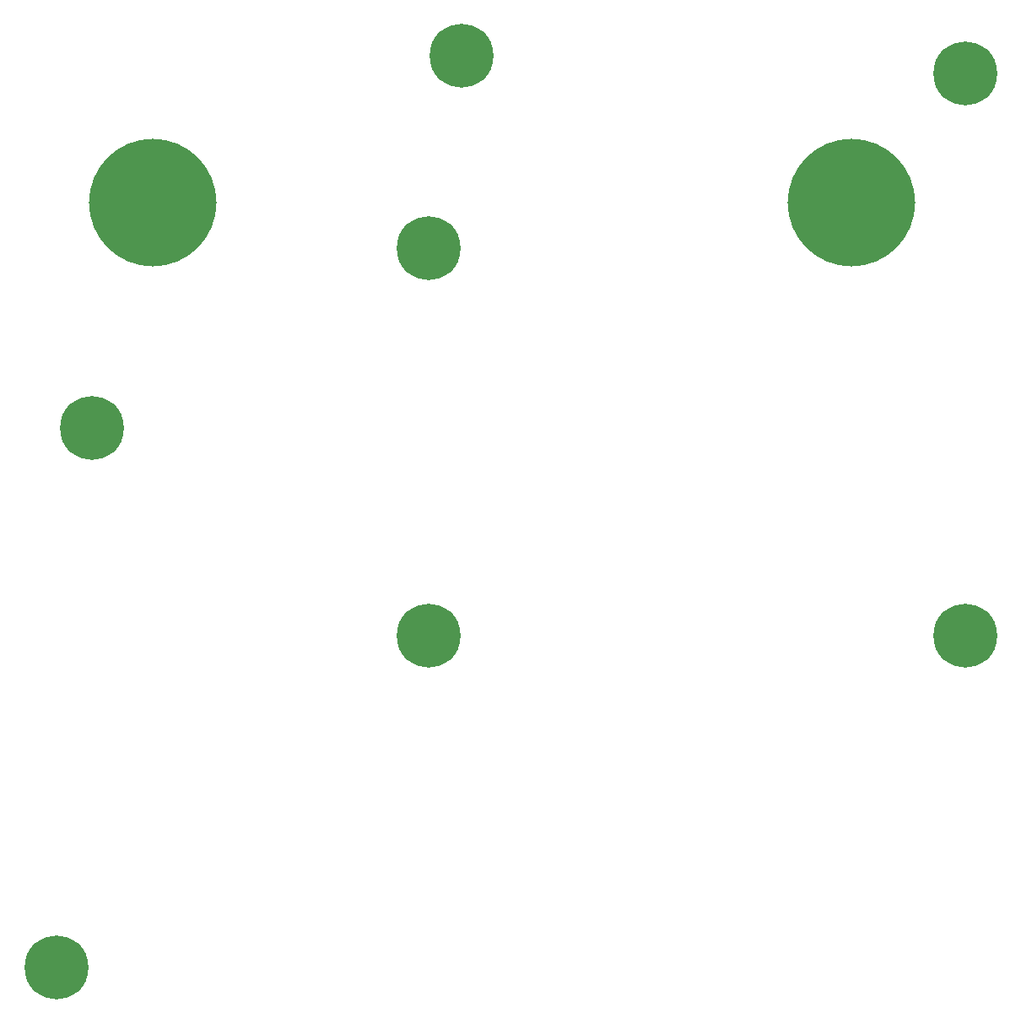
<source format=gtl>
G04 #@! TF.GenerationSoftware,KiCad,Pcbnew,(5.1.9)-1*
G04 #@! TF.CreationDate,2021-06-17T16:54:06+01:00*
G04 #@! TF.ProjectId,AutoPilotBottom,4175746f-5069-46c6-9f74-426f74746f6d,0.3*
G04 #@! TF.SameCoordinates,Original*
G04 #@! TF.FileFunction,Copper,L1,Top*
G04 #@! TF.FilePolarity,Positive*
%FSLAX46Y46*%
G04 Gerber Fmt 4.6, Leading zero omitted, Abs format (unit mm)*
G04 Created by KiCad (PCBNEW (5.1.9)-1) date 2021-06-17 16:54:06*
%MOMM*%
%LPD*%
G01*
G04 APERTURE LIST*
G04 #@! TA.AperFunction,ComponentPad*
%ADD10C,6.400000*%
G04 #@! TD*
G04 #@! TA.AperFunction,ComponentPad*
%ADD11C,12.800000*%
G04 #@! TD*
G04 APERTURE END LIST*
D10*
X84836000Y-93726000D03*
D11*
X90932000Y-71120000D03*
X161036000Y-71120000D03*
D10*
X81280000Y-147828000D03*
X118618000Y-75692000D03*
X118618000Y-114554000D03*
X121920000Y-56388000D03*
X172466000Y-58166000D03*
X172466000Y-114554000D03*
M02*

</source>
